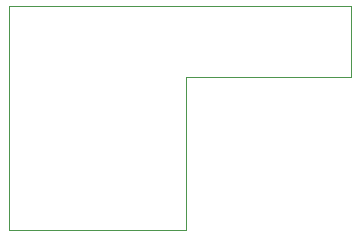
<source format=gm1>
G04 #@! TF.GenerationSoftware,KiCad,Pcbnew,(5.1.0)-1*
G04 #@! TF.CreationDate,2019-09-23T14:02:08-04:00*
G04 #@! TF.ProjectId,RGBMount,5247424d-6f75-46e7-942e-6b696361645f,rev?*
G04 #@! TF.SameCoordinates,Original*
G04 #@! TF.FileFunction,Profile,NP*
%FSLAX46Y46*%
G04 Gerber Fmt 4.6, Leading zero omitted, Abs format (unit mm)*
G04 Created by KiCad (PCBNEW (5.1.0)-1) date 2019-09-23 14:02:08*
%MOMM*%
%LPD*%
G04 APERTURE LIST*
%ADD10C,0.050000*%
G04 APERTURE END LIST*
D10*
X100000000Y-113000000D02*
X100000000Y-94000000D01*
X100000000Y-94000000D02*
X129000000Y-94000000D01*
X129000000Y-94000000D02*
X129000000Y-100000000D01*
X115000000Y-113000000D02*
X115000000Y-100000000D01*
X115000000Y-100000000D02*
X129000000Y-100000000D01*
X100000000Y-113000000D02*
X115000000Y-113000000D01*
M02*

</source>
